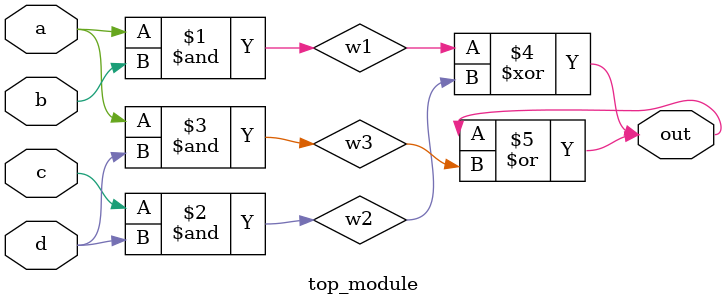
<source format=sv>
module top_module (
	input a, 
	input b,
	input c,
	input d,
	output out
);

wire w1, w2, w3;

and gate1 (w1, a, b);
and gate2 (w2, c, d);
and gate3 (w3, a, d);
xor gate4 (out, w1, w2);
or gate5 (out, out, w3);

endmodule

</source>
